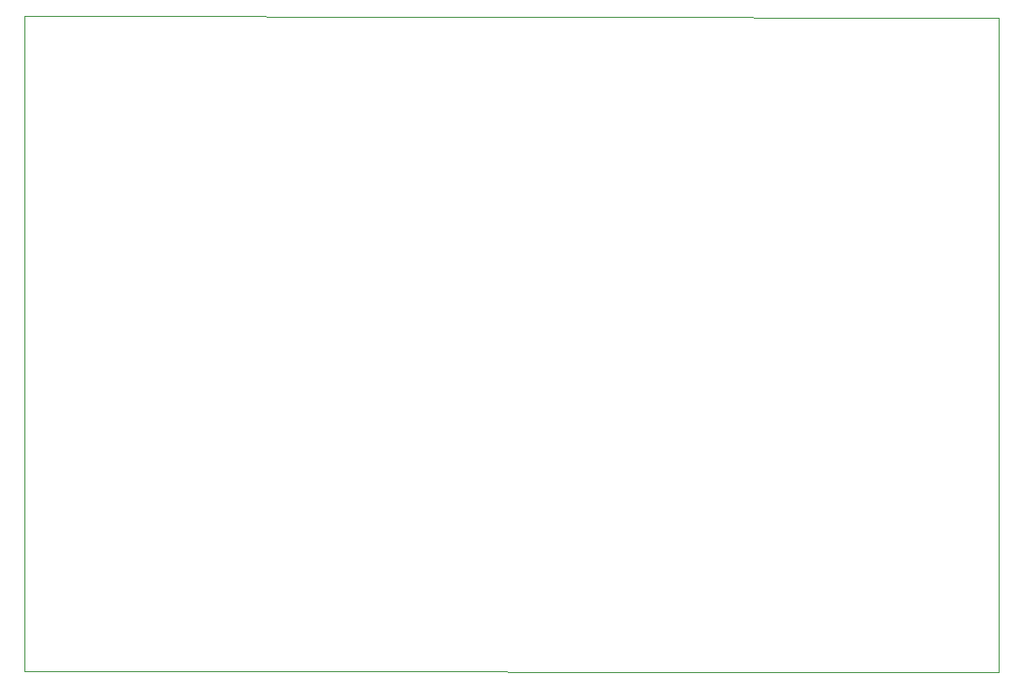
<source format=gm1>
%TF.GenerationSoftware,KiCad,Pcbnew,9.0.6*%
%TF.CreationDate,2025-11-22T22:40:19-08:00*%
%TF.ProjectId,A_Team_ECE411,415f5465-616d-45f4-9543-453431312e6b,4*%
%TF.SameCoordinates,Original*%
%TF.FileFunction,Profile,NP*%
%FSLAX46Y46*%
G04 Gerber Fmt 4.6, Leading zero omitted, Abs format (unit mm)*
G04 Created by KiCad (PCBNEW 9.0.6) date 2025-11-22 22:40:19*
%MOMM*%
%LPD*%
G01*
G04 APERTURE LIST*
%TA.AperFunction,Profile*%
%ADD10C,0.050000*%
%TD*%
G04 APERTURE END LIST*
D10*
X228400000Y-67600000D02*
X228370488Y-126749914D01*
X140500000Y-67500000D02*
X228400000Y-67600000D01*
X228370488Y-126749914D02*
X140500000Y-126650086D01*
X140500000Y-126650086D02*
X140500000Y-67500000D01*
M02*

</source>
